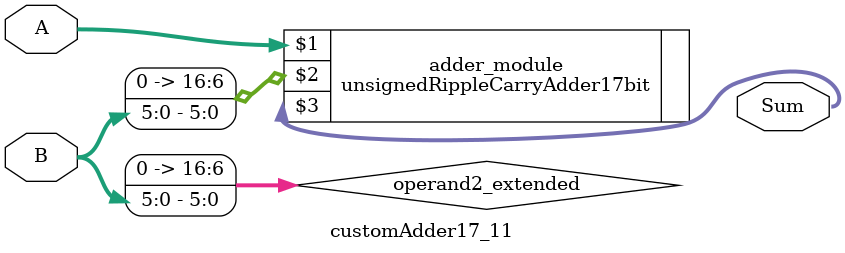
<source format=v>

module customAdder17_11(
                    input [16 : 0] A,
                    input [5 : 0] B,
                    
                    output [17 : 0] Sum
            );

    wire [16 : 0] operand2_extended;
    
    assign operand2_extended =  {11'b0, B};
    
    unsignedRippleCarryAdder17bit adder_module(
        A,
        operand2_extended,
        Sum
    );
    
endmodule
        
</source>
